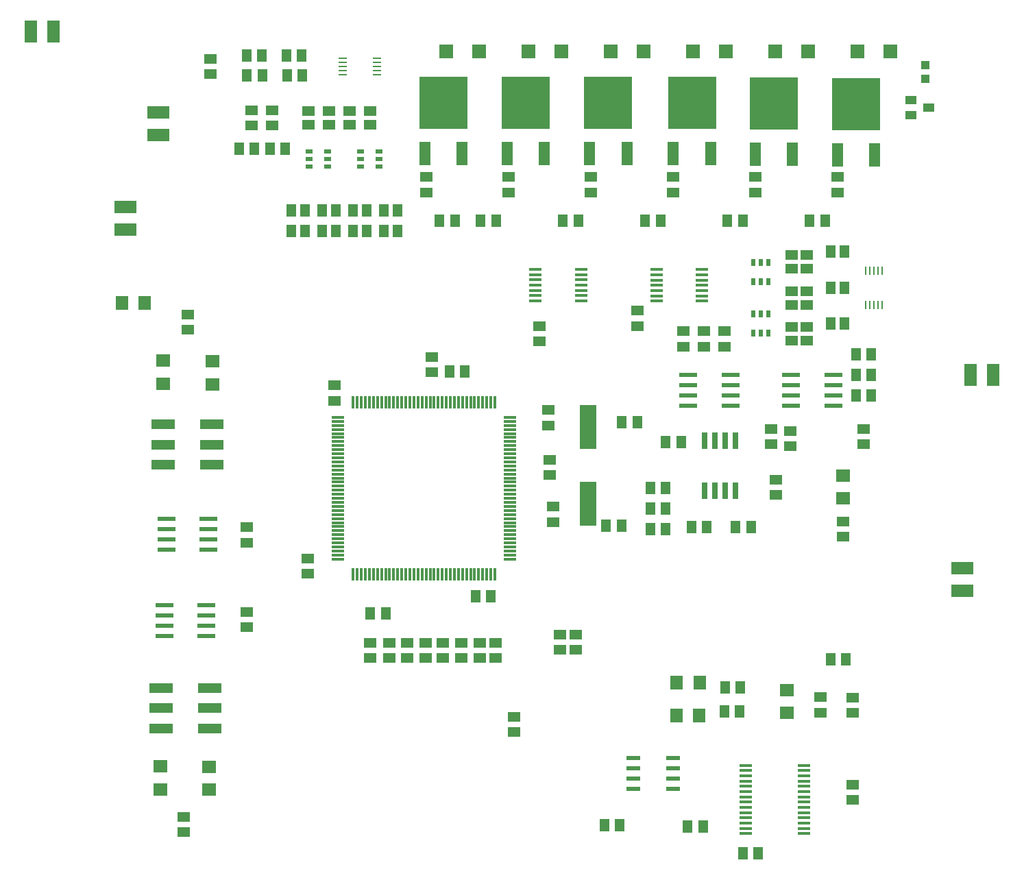
<source format=gtp>
G75*
G70*
%OFA0B0*%
%FSLAX24Y24*%
%IPPOS*%
%LPD*%
%AMOC8*
5,1,8,0,0,1.08239X$1,22.5*
%
%ADD10R,0.0591X0.0512*%
%ADD11R,0.0591X0.0157*%
%ADD12R,0.0709X0.0236*%
%ADD13R,0.0512X0.0591*%
%ADD14R,0.0709X0.0630*%
%ADD15R,0.0260X0.0800*%
%ADD16R,0.0710X0.0630*%
%ADD17R,0.1181X0.0472*%
%ADD18R,0.0630X0.0710*%
%ADD19R,0.0787X0.2165*%
%ADD20R,0.0630X0.0138*%
%ADD21R,0.0551X0.1181*%
%ADD22R,0.2362X0.2559*%
%ADD23R,0.0870X0.0240*%
%ADD24R,0.1063X0.0630*%
%ADD25R,0.0630X0.1063*%
%ADD26R,0.0118X0.0630*%
%ADD27R,0.0630X0.0118*%
%ADD28R,0.0709X0.0669*%
%ADD29R,0.0630X0.0709*%
%ADD30R,0.0236X0.0354*%
%ADD31R,0.0354X0.0236*%
%ADD32R,0.0394X0.0433*%
%ADD33R,0.0098X0.0394*%
%ADD34R,0.0394X0.0098*%
%ADD35R,0.0551X0.0394*%
D10*
X010941Y002667D03*
X010941Y003415D03*
X019998Y011139D03*
X019998Y011887D03*
X020948Y011887D03*
X020948Y011139D03*
X021798Y011139D03*
X021798Y011887D03*
X022698Y011887D03*
X022698Y011139D03*
X023548Y011139D03*
X023548Y011887D03*
X024448Y011887D03*
X024448Y011139D03*
X025348Y011139D03*
X026092Y011139D03*
X026092Y011887D03*
X025348Y011887D03*
X029247Y011541D03*
X029247Y012289D03*
X029997Y012289D03*
X029997Y011541D03*
X026997Y008289D03*
X026997Y007541D03*
X016955Y015240D03*
X016955Y015988D03*
X014018Y016761D03*
X014018Y017509D03*
X014009Y013390D03*
X014009Y012642D03*
X018258Y023665D03*
X018258Y024413D03*
X022997Y025041D03*
X022997Y025789D03*
X028247Y026541D03*
X028247Y027289D03*
X028655Y023212D03*
X028655Y022464D03*
X028747Y020789D03*
X028747Y020041D03*
X028905Y018513D03*
X028905Y017765D03*
X035247Y026291D03*
X035247Y027039D03*
X036247Y027039D03*
X036247Y026291D03*
X037247Y026291D03*
X037247Y027039D03*
X040497Y027250D03*
X040497Y026580D03*
X041247Y026580D03*
X041247Y027250D03*
X041247Y028330D03*
X041247Y029000D03*
X040497Y029000D03*
X040497Y028330D03*
X040497Y030080D03*
X040497Y030750D03*
X041247Y030750D03*
X041247Y030080D03*
X042747Y033791D03*
X042747Y034539D03*
X038747Y034539D03*
X038747Y033791D03*
X034747Y033791D03*
X034747Y034539D03*
X030747Y034539D03*
X030747Y033791D03*
X026747Y033791D03*
X026747Y034539D03*
X022747Y034539D03*
X022747Y033791D03*
X019997Y037080D03*
X019997Y037750D03*
X018997Y037750D03*
X018997Y037080D03*
X017997Y037080D03*
X017997Y037750D03*
X016997Y037750D03*
X016997Y037080D03*
X015247Y037041D03*
X015247Y037789D03*
X014247Y037789D03*
X014247Y037041D03*
X012247Y039541D03*
X012247Y040289D03*
X011141Y027865D03*
X011141Y027117D03*
X032997Y027291D03*
X032997Y028039D03*
X039497Y022289D03*
X039497Y021541D03*
X040448Y021447D03*
X040448Y022195D03*
X039734Y019830D03*
X039734Y019082D03*
X042997Y017789D03*
X042997Y017041D03*
X043997Y021541D03*
X043997Y022289D03*
X041906Y009236D03*
X041906Y008488D03*
X043476Y008470D03*
X043476Y009219D03*
X043483Y004992D03*
X043483Y004244D03*
D11*
X041116Y004140D03*
X041116Y004396D03*
X041116Y004652D03*
X041116Y004907D03*
X041116Y005163D03*
X041116Y005419D03*
X041116Y005675D03*
X041116Y005931D03*
X041116Y003884D03*
X041116Y003628D03*
X041116Y003372D03*
X041116Y003116D03*
X041116Y002860D03*
X041116Y002604D03*
X038262Y002604D03*
X038262Y002860D03*
X038262Y003116D03*
X038262Y003372D03*
X038262Y003628D03*
X038262Y003884D03*
X038262Y004140D03*
X038262Y004396D03*
X038262Y004652D03*
X038262Y004907D03*
X038262Y005163D03*
X038262Y005419D03*
X038262Y005675D03*
X038262Y005931D03*
D12*
X034736Y005783D03*
X034736Y005283D03*
X034736Y004783D03*
X034736Y006283D03*
X032814Y006283D03*
X032814Y005783D03*
X032814Y005283D03*
X032814Y004783D03*
D13*
X032147Y003021D03*
X031399Y003021D03*
X035444Y002963D03*
X036192Y002963D03*
X038123Y001665D03*
X038871Y001665D03*
X037983Y008535D03*
X037235Y008535D03*
X037257Y009719D03*
X038005Y009719D03*
X042397Y011080D03*
X043145Y011080D03*
X038521Y017515D03*
X037773Y017515D03*
X036385Y017502D03*
X035637Y017502D03*
X034371Y017415D03*
X033623Y017415D03*
X033623Y018415D03*
X034371Y018415D03*
X034371Y019415D03*
X033623Y019415D03*
X032234Y017570D03*
X031486Y017570D03*
X034373Y021665D03*
X035121Y021665D03*
X032992Y022620D03*
X032244Y022620D03*
X024610Y025085D03*
X023862Y025085D03*
X021332Y031915D03*
X020663Y031915D03*
X019832Y031915D03*
X019163Y031915D03*
X018332Y031915D03*
X017663Y031915D03*
X016832Y031915D03*
X016163Y031915D03*
X016163Y032915D03*
X016832Y032915D03*
X017663Y032915D03*
X018332Y032915D03*
X019163Y032915D03*
X019832Y032915D03*
X020663Y032915D03*
X021332Y032915D03*
X023373Y032415D03*
X024121Y032415D03*
X025373Y032415D03*
X026121Y032415D03*
X029373Y032415D03*
X030121Y032415D03*
X033373Y032415D03*
X034121Y032415D03*
X037373Y032415D03*
X038121Y032415D03*
X041373Y032415D03*
X042121Y032415D03*
X042413Y030915D03*
X043082Y030915D03*
X043082Y029165D03*
X042413Y029165D03*
X042413Y027415D03*
X043082Y027415D03*
X043623Y025915D03*
X044371Y025915D03*
X044371Y024915D03*
X043623Y024915D03*
X043623Y023915D03*
X044371Y023915D03*
X025871Y014165D03*
X025123Y014165D03*
X020757Y013318D03*
X020009Y013318D03*
X015871Y035915D03*
X015123Y035915D03*
X014371Y035915D03*
X013623Y035915D03*
X014010Y039496D03*
X014758Y039496D03*
X014741Y040434D03*
X013993Y040434D03*
X015934Y040445D03*
X016683Y040445D03*
X016708Y039496D03*
X015960Y039496D03*
D14*
X040262Y009570D03*
X040262Y008467D03*
D15*
X037765Y019292D03*
X037265Y019292D03*
X036765Y019292D03*
X036265Y019292D03*
X036265Y021712D03*
X036765Y021712D03*
X037265Y021712D03*
X037765Y021712D03*
D16*
X009796Y004749D03*
X009796Y005869D03*
X012171Y005862D03*
X012171Y004743D03*
X012323Y024461D03*
X012323Y025581D03*
X009941Y025601D03*
X009941Y024481D03*
X042997Y020025D03*
X042997Y018905D03*
D17*
X012305Y020537D03*
X012305Y021521D03*
X012305Y022506D03*
X009942Y022506D03*
X009942Y021521D03*
X009942Y020537D03*
X009840Y009687D03*
X009840Y008702D03*
X009840Y007718D03*
X012202Y007718D03*
X012202Y008702D03*
X012202Y009687D03*
D18*
X034917Y009951D03*
X036037Y009951D03*
X036012Y008344D03*
X034892Y008344D03*
D19*
X030618Y018643D03*
X030618Y022383D03*
D20*
X030257Y028515D03*
X030257Y028771D03*
X030257Y029027D03*
X030257Y029283D03*
X030257Y029539D03*
X030257Y029795D03*
X030257Y030051D03*
X028053Y030051D03*
X028053Y029795D03*
X028053Y029539D03*
X028053Y029283D03*
X028053Y029027D03*
X028053Y028771D03*
X028053Y028515D03*
X033946Y028509D03*
X033946Y028765D03*
X033946Y029021D03*
X033946Y029277D03*
X033946Y029533D03*
X033946Y029789D03*
X033946Y030044D03*
X036151Y030044D03*
X036151Y029789D03*
X036151Y029533D03*
X036151Y029277D03*
X036151Y029021D03*
X036151Y028765D03*
X036151Y028509D03*
D21*
X036560Y035679D03*
X034749Y035679D03*
X032492Y035691D03*
X030681Y035691D03*
X028486Y035679D03*
X026675Y035679D03*
X024486Y035691D03*
X022675Y035691D03*
X038738Y035655D03*
X040549Y035655D03*
X042738Y035628D03*
X044549Y035628D03*
D22*
X043643Y038088D03*
X039643Y038116D03*
X035655Y038139D03*
X031586Y038152D03*
X027580Y038139D03*
X023580Y038152D03*
D23*
X035467Y024915D03*
X035467Y024415D03*
X035467Y023915D03*
X035467Y023415D03*
X037527Y023415D03*
X037527Y023915D03*
X037527Y024415D03*
X037527Y024915D03*
X040467Y024915D03*
X040467Y024415D03*
X040467Y023915D03*
X040467Y023415D03*
X042527Y023415D03*
X042527Y023915D03*
X042527Y024415D03*
X042527Y024915D03*
X012153Y017921D03*
X012153Y017421D03*
X012153Y016921D03*
X012153Y016421D03*
X010093Y016421D03*
X010093Y016921D03*
X010093Y017421D03*
X010093Y017921D03*
X009994Y013728D03*
X009994Y013228D03*
X009994Y012728D03*
X009994Y012228D03*
X012054Y012228D03*
X012054Y012728D03*
X012054Y013228D03*
X012054Y013728D03*
D24*
X008088Y031974D03*
X008088Y033076D03*
X009708Y036590D03*
X009708Y037692D03*
X048797Y015516D03*
X048797Y014414D03*
D25*
X049196Y024915D03*
X050299Y024915D03*
X004607Y041605D03*
X003505Y041605D03*
D26*
X019181Y023580D03*
X019377Y023580D03*
X019574Y023580D03*
X019771Y023580D03*
X019968Y023580D03*
X020165Y023580D03*
X020362Y023580D03*
X020558Y023580D03*
X020755Y023580D03*
X020952Y023580D03*
X021149Y023580D03*
X021346Y023580D03*
X021543Y023580D03*
X021740Y023580D03*
X021936Y023580D03*
X022133Y023580D03*
X022330Y023580D03*
X022527Y023580D03*
X022724Y023580D03*
X022921Y023580D03*
X023118Y023580D03*
X023314Y023580D03*
X023511Y023580D03*
X023708Y023580D03*
X023905Y023580D03*
X024102Y023580D03*
X024299Y023580D03*
X024495Y023580D03*
X024692Y023580D03*
X024889Y023580D03*
X025086Y023580D03*
X025283Y023580D03*
X025480Y023580D03*
X025677Y023580D03*
X025873Y023580D03*
X026070Y023580D03*
X026070Y015233D03*
X025873Y015233D03*
X025677Y015233D03*
X025480Y015233D03*
X025283Y015233D03*
X025086Y015233D03*
X024889Y015233D03*
X024692Y015233D03*
X024495Y015233D03*
X024299Y015233D03*
X024102Y015233D03*
X023905Y015233D03*
X023708Y015233D03*
X023511Y015233D03*
X023314Y015233D03*
X023118Y015233D03*
X022921Y015233D03*
X022724Y015233D03*
X022527Y015233D03*
X022330Y015233D03*
X022133Y015233D03*
X021936Y015233D03*
X021740Y015233D03*
X021543Y015233D03*
X021346Y015233D03*
X021149Y015233D03*
X020952Y015233D03*
X020755Y015233D03*
X020558Y015233D03*
X020362Y015233D03*
X020165Y015233D03*
X019968Y015233D03*
X019771Y015233D03*
X019574Y015233D03*
X019377Y015233D03*
X019181Y015233D03*
D27*
X018452Y015962D03*
X018452Y016158D03*
X018452Y016355D03*
X018452Y016552D03*
X018452Y016749D03*
X018452Y016946D03*
X018452Y017143D03*
X018452Y017340D03*
X018452Y017536D03*
X018452Y017733D03*
X018452Y017930D03*
X018452Y018127D03*
X018452Y018324D03*
X018452Y018521D03*
X018452Y018717D03*
X018452Y018914D03*
X018452Y019111D03*
X018452Y019308D03*
X018452Y019505D03*
X018452Y019702D03*
X018452Y019899D03*
X018452Y020095D03*
X018452Y020292D03*
X018452Y020489D03*
X018452Y020686D03*
X018452Y020883D03*
X018452Y021080D03*
X018452Y021277D03*
X018452Y021473D03*
X018452Y021670D03*
X018452Y021867D03*
X018452Y022064D03*
X018452Y022261D03*
X018452Y022458D03*
X018452Y022654D03*
X018452Y022851D03*
X026799Y022851D03*
X026799Y022654D03*
X026799Y022458D03*
X026799Y022261D03*
X026799Y022064D03*
X026799Y021867D03*
X026799Y021670D03*
X026799Y021473D03*
X026799Y021277D03*
X026799Y021080D03*
X026799Y020883D03*
X026799Y020686D03*
X026799Y020489D03*
X026799Y020292D03*
X026799Y020095D03*
X026799Y019899D03*
X026799Y019702D03*
X026799Y019505D03*
X026799Y019308D03*
X026799Y019111D03*
X026799Y018914D03*
X026799Y018717D03*
X026799Y018521D03*
X026799Y018324D03*
X026799Y018127D03*
X026799Y017930D03*
X026799Y017733D03*
X026799Y017536D03*
X026799Y017340D03*
X026799Y017143D03*
X026799Y016946D03*
X026799Y016749D03*
X026799Y016552D03*
X026799Y016355D03*
X026799Y016158D03*
X026799Y015962D03*
D28*
X027690Y040665D03*
X029305Y040665D03*
X031690Y040665D03*
X033305Y040665D03*
X035690Y040665D03*
X037305Y040665D03*
X039690Y040665D03*
X041305Y040665D03*
X043690Y040665D03*
X045305Y040665D03*
X025305Y040665D03*
X023690Y040665D03*
D29*
X009049Y028415D03*
X007946Y028415D03*
D30*
X038623Y027868D03*
X038997Y027868D03*
X039371Y027868D03*
X039371Y026962D03*
X038997Y026962D03*
X038623Y026962D03*
X038623Y029462D03*
X038997Y029462D03*
X039371Y029462D03*
X039371Y030368D03*
X038997Y030368D03*
X038623Y030368D03*
D31*
X020450Y035041D03*
X020450Y035415D03*
X020450Y035789D03*
X019545Y035789D03*
X019545Y035415D03*
X019545Y035041D03*
X017950Y035041D03*
X017950Y035415D03*
X017950Y035789D03*
X017045Y035789D03*
X017045Y035415D03*
X017045Y035041D03*
D32*
X046997Y039330D03*
X046997Y040000D03*
D33*
X044891Y029997D03*
X044694Y029997D03*
X044497Y029997D03*
X044301Y029997D03*
X044104Y029997D03*
X044104Y028333D03*
X044301Y028333D03*
X044497Y028333D03*
X044694Y028333D03*
X044891Y028333D03*
D34*
X020329Y039521D03*
X020329Y039718D03*
X020329Y039915D03*
X020329Y040112D03*
X020329Y040309D03*
X018666Y040309D03*
X018666Y040112D03*
X018666Y039915D03*
X018666Y039718D03*
X018666Y039521D03*
D35*
X046314Y038289D03*
X046314Y037541D03*
X047181Y037915D03*
M02*

</source>
